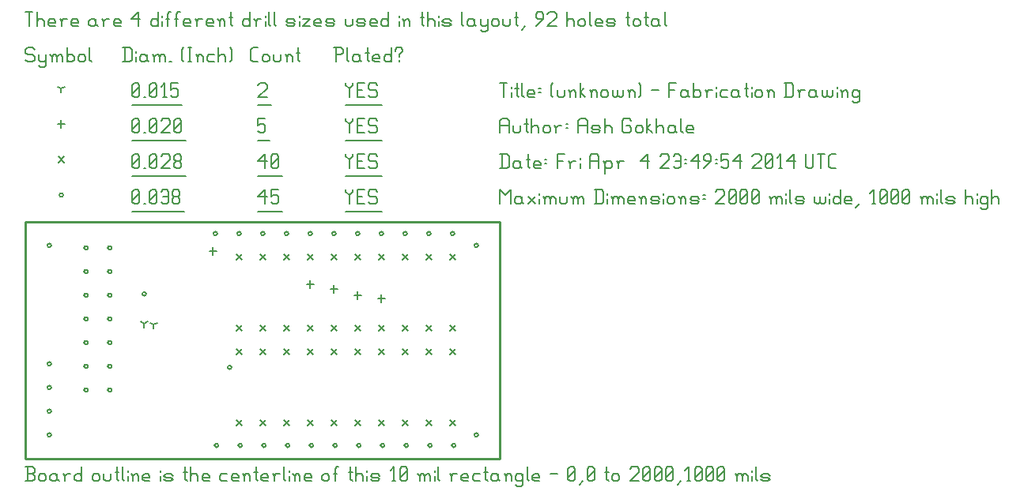
<source format=gbr>
G04 start of page 11 for group -3984 idx -3984 *
G04 Title: (unknown), fab *
G04 Creator: pcb 20100929 *
G04 CreationDate: Fri Apr  4 23:49:54 2014 UTC *
G04 For: xpi *
G04 Format: Gerber/RS-274X *
G04 PCB-Dimensions: 200000 100000 *
G04 PCB-Coordinate-Origin: lower left *
%MOIN*%
%FSLAX25Y25*%
%LNFAB*%
%ADD12C,0.0100*%
%ADD31R,0.0080X0.0080*%
%ADD32C,0.0060*%
G54D31*X9200Y90000D02*G75*G03X10800Y90000I800J0D01*G01*
G75*G03X9200Y90000I-800J0D01*G01*
Y10000D02*G75*G03X10800Y10000I800J0D01*G01*
G75*G03X9200Y10000I-800J0D01*G01*
X189200D02*G75*G03X190800Y10000I800J0D01*G01*
G75*G03X189200Y10000I-800J0D01*G01*
Y90000D02*G75*G03X190800Y90000I800J0D01*G01*
G75*G03X189200Y90000I-800J0D01*G01*
X9200Y20000D02*G75*G03X10800Y20000I800J0D01*G01*
G75*G03X9200Y20000I-800J0D01*G01*
Y30000D02*G75*G03X10800Y30000I800J0D01*G01*
G75*G03X9200Y30000I-800J0D01*G01*
Y40000D02*G75*G03X10800Y40000I800J0D01*G01*
G75*G03X9200Y40000I-800J0D01*G01*
X24700Y89000D02*G75*G03X26300Y89000I800J0D01*G01*
G75*G03X24700Y89000I-800J0D01*G01*
Y79000D02*G75*G03X26300Y79000I800J0D01*G01*
G75*G03X24700Y79000I-800J0D01*G01*
Y69000D02*G75*G03X26300Y69000I800J0D01*G01*
G75*G03X24700Y69000I-800J0D01*G01*
Y59000D02*G75*G03X26300Y59000I800J0D01*G01*
G75*G03X24700Y59000I-800J0D01*G01*
Y49000D02*G75*G03X26300Y49000I800J0D01*G01*
G75*G03X24700Y49000I-800J0D01*G01*
Y39000D02*G75*G03X26300Y39000I800J0D01*G01*
G75*G03X24700Y39000I-800J0D01*G01*
Y29000D02*G75*G03X26300Y29000I800J0D01*G01*
G75*G03X24700Y29000I-800J0D01*G01*
X34700D02*G75*G03X36300Y29000I800J0D01*G01*
G75*G03X34700Y29000I-800J0D01*G01*
Y39000D02*G75*G03X36300Y39000I800J0D01*G01*
G75*G03X34700Y39000I-800J0D01*G01*
Y89000D02*G75*G03X36300Y89000I800J0D01*G01*
G75*G03X34700Y89000I-800J0D01*G01*
Y79000D02*G75*G03X36300Y79000I800J0D01*G01*
G75*G03X34700Y79000I-800J0D01*G01*
Y69000D02*G75*G03X36300Y69000I800J0D01*G01*
G75*G03X34700Y69000I-800J0D01*G01*
Y59000D02*G75*G03X36300Y59000I800J0D01*G01*
G75*G03X34700Y59000I-800J0D01*G01*
Y49000D02*G75*G03X36300Y49000I800J0D01*G01*
G75*G03X34700Y49000I-800J0D01*G01*
X179200Y95000D02*G75*G03X180800Y95000I800J0D01*G01*
G75*G03X179200Y95000I-800J0D01*G01*
X169200D02*G75*G03X170800Y95000I800J0D01*G01*
G75*G03X169200Y95000I-800J0D01*G01*
X159200D02*G75*G03X160800Y95000I800J0D01*G01*
G75*G03X159200Y95000I-800J0D01*G01*
X149200D02*G75*G03X150800Y95000I800J0D01*G01*
G75*G03X149200Y95000I-800J0D01*G01*
X139200D02*G75*G03X140800Y95000I800J0D01*G01*
G75*G03X139200Y95000I-800J0D01*G01*
X129200D02*G75*G03X130800Y95000I800J0D01*G01*
G75*G03X129200Y95000I-800J0D01*G01*
X119200D02*G75*G03X120800Y95000I800J0D01*G01*
G75*G03X119200Y95000I-800J0D01*G01*
X109200D02*G75*G03X110800Y95000I800J0D01*G01*
G75*G03X109200Y95000I-800J0D01*G01*
X99200D02*G75*G03X100800Y95000I800J0D01*G01*
G75*G03X99200Y95000I-800J0D01*G01*
X89200D02*G75*G03X90800Y95000I800J0D01*G01*
G75*G03X89200Y95000I-800J0D01*G01*
X79200D02*G75*G03X80800Y95000I800J0D01*G01*
G75*G03X79200Y95000I-800J0D01*G01*
X85200Y38500D02*G75*G03X86800Y38500I800J0D01*G01*
G75*G03X85200Y38500I-800J0D01*G01*
X49200Y69500D02*G75*G03X50800Y69500I800J0D01*G01*
G75*G03X49200Y69500I-800J0D01*G01*
X179700Y5500D02*G75*G03X181300Y5500I800J0D01*G01*
G75*G03X179700Y5500I-800J0D01*G01*
X169700D02*G75*G03X171300Y5500I800J0D01*G01*
G75*G03X169700Y5500I-800J0D01*G01*
X159700D02*G75*G03X161300Y5500I800J0D01*G01*
G75*G03X159700Y5500I-800J0D01*G01*
X149700D02*G75*G03X151300Y5500I800J0D01*G01*
G75*G03X149700Y5500I-800J0D01*G01*
X139700D02*G75*G03X141300Y5500I800J0D01*G01*
G75*G03X139700Y5500I-800J0D01*G01*
X129700D02*G75*G03X131300Y5500I800J0D01*G01*
G75*G03X129700Y5500I-800J0D01*G01*
X119700D02*G75*G03X121300Y5500I800J0D01*G01*
G75*G03X119700Y5500I-800J0D01*G01*
X109700D02*G75*G03X111300Y5500I800J0D01*G01*
G75*G03X109700Y5500I-800J0D01*G01*
X99700D02*G75*G03X101300Y5500I800J0D01*G01*
G75*G03X99700Y5500I-800J0D01*G01*
X89700D02*G75*G03X91300Y5500I800J0D01*G01*
G75*G03X89700Y5500I-800J0D01*G01*
X79700D02*G75*G03X81300Y5500I800J0D01*G01*
G75*G03X79700Y5500I-800J0D01*G01*
X14200Y111250D02*G75*G03X15800Y111250I800J0D01*G01*
G75*G03X14200Y111250I-800J0D01*G01*
G54D32*X135000Y113500D02*Y112750D01*
X136500Y111250D01*
X138000Y112750D01*
Y113500D02*Y112750D01*
X136500Y111250D02*Y107500D01*
X139801Y110500D02*X142051D01*
X139801Y107500D02*X142801D01*
X139801Y113500D02*Y107500D01*
Y113500D02*X142801D01*
X147603D02*X148353Y112750D01*
X145353Y113500D02*X147603D01*
X144603Y112750D02*X145353Y113500D01*
X144603Y112750D02*Y111250D01*
X145353Y110500D01*
X147603D01*
X148353Y109750D01*
Y108250D01*
X147603Y107500D02*X148353Y108250D01*
X145353Y107500D02*X147603D01*
X144603Y108250D02*X145353Y107500D01*
X135000Y104249D02*X150154D01*
X98000Y110500D02*X101000Y113500D01*
X98000Y110500D02*X101750D01*
X101000Y113500D02*Y107500D01*
X103551Y113500D02*X106551D01*
X103551D02*Y110500D01*
X104301Y111250D01*
X105801D01*
X106551Y110500D01*
Y108250D01*
X105801Y107500D02*X106551Y108250D01*
X104301Y107500D02*X105801D01*
X103551Y108250D02*X104301Y107500D01*
X98000Y104249D02*X108353D01*
X45000Y108250D02*X45750Y107500D01*
X45000Y112750D02*Y108250D01*
Y112750D02*X45750Y113500D01*
X47250D01*
X48000Y112750D01*
Y108250D01*
X47250Y107500D02*X48000Y108250D01*
X45750Y107500D02*X47250D01*
X45000Y109000D02*X48000Y112000D01*
X49801Y107500D02*X50551D01*
X52353Y108250D02*X53103Y107500D01*
X52353Y112750D02*Y108250D01*
Y112750D02*X53103Y113500D01*
X54603D01*
X55353Y112750D01*
Y108250D01*
X54603Y107500D02*X55353Y108250D01*
X53103Y107500D02*X54603D01*
X52353Y109000D02*X55353Y112000D01*
X57154Y112750D02*X57904Y113500D01*
X59404D01*
X60154Y112750D01*
Y108250D01*
X59404Y107500D02*X60154Y108250D01*
X57904Y107500D02*X59404D01*
X57154Y108250D02*X57904Y107500D01*
Y110500D02*X60154D01*
X61956Y108250D02*X62706Y107500D01*
X61956Y109750D02*Y108250D01*
Y109750D02*X62706Y110500D01*
X64206D01*
X64956Y109750D01*
Y108250D01*
X64206Y107500D02*X64956Y108250D01*
X62706Y107500D02*X64206D01*
X61956Y111250D02*X62706Y110500D01*
X61956Y112750D02*Y111250D01*
Y112750D02*X62706Y113500D01*
X64206D01*
X64956Y112750D01*
Y111250D01*
X64206Y110500D02*X64956Y111250D01*
X45000Y104249D02*X66757D01*
X178800Y86200D02*X181200Y83800D01*
X178800D02*X181200Y86200D01*
X168800D02*X171200Y83800D01*
X168800D02*X171200Y86200D01*
X158800D02*X161200Y83800D01*
X158800D02*X161200Y86200D01*
X148800D02*X151200Y83800D01*
X148800D02*X151200Y86200D01*
X138800D02*X141200Y83800D01*
X138800D02*X141200Y86200D01*
X128800D02*X131200Y83800D01*
X128800D02*X131200Y86200D01*
X118800D02*X121200Y83800D01*
X118800D02*X121200Y86200D01*
X108800D02*X111200Y83800D01*
X108800D02*X111200Y86200D01*
X98800D02*X101200Y83800D01*
X98800D02*X101200Y86200D01*
X88800D02*X91200Y83800D01*
X88800D02*X91200Y86200D01*
X88800Y56200D02*X91200Y53800D01*
X88800D02*X91200Y56200D01*
X98800D02*X101200Y53800D01*
X98800D02*X101200Y56200D01*
X108800D02*X111200Y53800D01*
X108800D02*X111200Y56200D01*
X118800D02*X121200Y53800D01*
X118800D02*X121200Y56200D01*
X128800D02*X131200Y53800D01*
X128800D02*X131200Y56200D01*
X138800D02*X141200Y53800D01*
X138800D02*X141200Y56200D01*
X148800D02*X151200Y53800D01*
X148800D02*X151200Y56200D01*
X158800D02*X161200Y53800D01*
X158800D02*X161200Y56200D01*
X168800D02*X171200Y53800D01*
X168800D02*X171200Y56200D01*
X178800D02*X181200Y53800D01*
X178800D02*X181200Y56200D01*
X88800Y16200D02*X91200Y13800D01*
X88800D02*X91200Y16200D01*
X98800D02*X101200Y13800D01*
X98800D02*X101200Y16200D01*
X108800D02*X111200Y13800D01*
X108800D02*X111200Y16200D01*
X118800D02*X121200Y13800D01*
X118800D02*X121200Y16200D01*
X128800D02*X131200Y13800D01*
X128800D02*X131200Y16200D01*
X138800D02*X141200Y13800D01*
X138800D02*X141200Y16200D01*
X148800D02*X151200Y13800D01*
X148800D02*X151200Y16200D01*
X158800D02*X161200Y13800D01*
X158800D02*X161200Y16200D01*
X168800D02*X171200Y13800D01*
X168800D02*X171200Y16200D01*
X178800D02*X181200Y13800D01*
X178800D02*X181200Y16200D01*
X178800Y46200D02*X181200Y43800D01*
X178800D02*X181200Y46200D01*
X168800D02*X171200Y43800D01*
X168800D02*X171200Y46200D01*
X158800D02*X161200Y43800D01*
X158800D02*X161200Y46200D01*
X148800D02*X151200Y43800D01*
X148800D02*X151200Y46200D01*
X138800D02*X141200Y43800D01*
X138800D02*X141200Y46200D01*
X128800D02*X131200Y43800D01*
X128800D02*X131200Y46200D01*
X118800D02*X121200Y43800D01*
X118800D02*X121200Y46200D01*
X108800D02*X111200Y43800D01*
X108800D02*X111200Y46200D01*
X98800D02*X101200Y43800D01*
X98800D02*X101200Y46200D01*
X88800D02*X91200Y43800D01*
X88800D02*X91200Y46200D01*
X13800Y127450D02*X16200Y125050D01*
X13800D02*X16200Y127450D01*
X135000Y128500D02*Y127750D01*
X136500Y126250D01*
X138000Y127750D01*
Y128500D02*Y127750D01*
X136500Y126250D02*Y122500D01*
X139801Y125500D02*X142051D01*
X139801Y122500D02*X142801D01*
X139801Y128500D02*Y122500D01*
Y128500D02*X142801D01*
X147603D02*X148353Y127750D01*
X145353Y128500D02*X147603D01*
X144603Y127750D02*X145353Y128500D01*
X144603Y127750D02*Y126250D01*
X145353Y125500D01*
X147603D01*
X148353Y124750D01*
Y123250D01*
X147603Y122500D02*X148353Y123250D01*
X145353Y122500D02*X147603D01*
X144603Y123250D02*X145353Y122500D01*
X135000Y119249D02*X150154D01*
X98000Y125500D02*X101000Y128500D01*
X98000Y125500D02*X101750D01*
X101000Y128500D02*Y122500D01*
X103551Y123250D02*X104301Y122500D01*
X103551Y127750D02*Y123250D01*
Y127750D02*X104301Y128500D01*
X105801D01*
X106551Y127750D01*
Y123250D01*
X105801Y122500D02*X106551Y123250D01*
X104301Y122500D02*X105801D01*
X103551Y124000D02*X106551Y127000D01*
X98000Y119249D02*X108353D01*
X45000Y123250D02*X45750Y122500D01*
X45000Y127750D02*Y123250D01*
Y127750D02*X45750Y128500D01*
X47250D01*
X48000Y127750D01*
Y123250D01*
X47250Y122500D02*X48000Y123250D01*
X45750Y122500D02*X47250D01*
X45000Y124000D02*X48000Y127000D01*
X49801Y122500D02*X50551D01*
X52353Y123250D02*X53103Y122500D01*
X52353Y127750D02*Y123250D01*
Y127750D02*X53103Y128500D01*
X54603D01*
X55353Y127750D01*
Y123250D01*
X54603Y122500D02*X55353Y123250D01*
X53103Y122500D02*X54603D01*
X52353Y124000D02*X55353Y127000D01*
X57154Y127750D02*X57904Y128500D01*
X60154D01*
X60904Y127750D01*
Y126250D01*
X57154Y122500D02*X60904Y126250D01*
X57154Y122500D02*X60904D01*
X62706Y123250D02*X63456Y122500D01*
X62706Y124750D02*Y123250D01*
Y124750D02*X63456Y125500D01*
X64956D01*
X65706Y124750D01*
Y123250D01*
X64956Y122500D02*X65706Y123250D01*
X63456Y122500D02*X64956D01*
X62706Y126250D02*X63456Y125500D01*
X62706Y127750D02*Y126250D01*
Y127750D02*X63456Y128500D01*
X64956D01*
X65706Y127750D01*
Y126250D01*
X64956Y125500D02*X65706Y126250D01*
X45000Y119249D02*X67507D01*
X150000Y69100D02*Y65900D01*
X148400Y67500D02*X151600D01*
X140000Y70600D02*Y67400D01*
X138400Y69000D02*X141600D01*
X130000Y73100D02*Y69900D01*
X128400Y71500D02*X131600D01*
X120000Y75100D02*Y71900D01*
X118400Y73500D02*X121600D01*
X79000Y89100D02*Y85900D01*
X77400Y87500D02*X80600D01*
X15000Y142850D02*Y139650D01*
X13400Y141250D02*X16600D01*
X135000Y143500D02*Y142750D01*
X136500Y141250D01*
X138000Y142750D01*
Y143500D02*Y142750D01*
X136500Y141250D02*Y137500D01*
X139801Y140500D02*X142051D01*
X139801Y137500D02*X142801D01*
X139801Y143500D02*Y137500D01*
Y143500D02*X142801D01*
X147603D02*X148353Y142750D01*
X145353Y143500D02*X147603D01*
X144603Y142750D02*X145353Y143500D01*
X144603Y142750D02*Y141250D01*
X145353Y140500D01*
X147603D01*
X148353Y139750D01*
Y138250D01*
X147603Y137500D02*X148353Y138250D01*
X145353Y137500D02*X147603D01*
X144603Y138250D02*X145353Y137500D01*
X135000Y134249D02*X150154D01*
X98000Y143500D02*X101000D01*
X98000D02*Y140500D01*
X98750Y141250D01*
X100250D01*
X101000Y140500D01*
Y138250D01*
X100250Y137500D02*X101000Y138250D01*
X98750Y137500D02*X100250D01*
X98000Y138250D02*X98750Y137500D01*
X98000Y134249D02*X102801D01*
X45000Y138250D02*X45750Y137500D01*
X45000Y142750D02*Y138250D01*
Y142750D02*X45750Y143500D01*
X47250D01*
X48000Y142750D01*
Y138250D01*
X47250Y137500D02*X48000Y138250D01*
X45750Y137500D02*X47250D01*
X45000Y139000D02*X48000Y142000D01*
X49801Y137500D02*X50551D01*
X52353Y138250D02*X53103Y137500D01*
X52353Y142750D02*Y138250D01*
Y142750D02*X53103Y143500D01*
X54603D01*
X55353Y142750D01*
Y138250D01*
X54603Y137500D02*X55353Y138250D01*
X53103Y137500D02*X54603D01*
X52353Y139000D02*X55353Y142000D01*
X57154Y142750D02*X57904Y143500D01*
X60154D01*
X60904Y142750D01*
Y141250D01*
X57154Y137500D02*X60904Y141250D01*
X57154Y137500D02*X60904D01*
X62706Y138250D02*X63456Y137500D01*
X62706Y142750D02*Y138250D01*
Y142750D02*X63456Y143500D01*
X64956D01*
X65706Y142750D01*
Y138250D01*
X64956Y137500D02*X65706Y138250D01*
X63456Y137500D02*X64956D01*
X62706Y139000D02*X65706Y142000D01*
X45000Y134249D02*X67507D01*
X54000Y56500D02*Y54900D01*
Y56500D02*X55386Y57300D01*
X54000Y56500D02*X52614Y57300D01*
X50000Y57000D02*Y55400D01*
Y57000D02*X51386Y57800D01*
X50000Y57000D02*X48614Y57800D01*
X15000Y156250D02*Y154650D01*
Y156250D02*X16386Y157050D01*
X15000Y156250D02*X13614Y157050D01*
X135000Y158500D02*Y157750D01*
X136500Y156250D01*
X138000Y157750D01*
Y158500D02*Y157750D01*
X136500Y156250D02*Y152500D01*
X139801Y155500D02*X142051D01*
X139801Y152500D02*X142801D01*
X139801Y158500D02*Y152500D01*
Y158500D02*X142801D01*
X147603D02*X148353Y157750D01*
X145353Y158500D02*X147603D01*
X144603Y157750D02*X145353Y158500D01*
X144603Y157750D02*Y156250D01*
X145353Y155500D01*
X147603D01*
X148353Y154750D01*
Y153250D01*
X147603Y152500D02*X148353Y153250D01*
X145353Y152500D02*X147603D01*
X144603Y153250D02*X145353Y152500D01*
X135000Y149249D02*X150154D01*
X98000Y157750D02*X98750Y158500D01*
X101000D01*
X101750Y157750D01*
Y156250D01*
X98000Y152500D02*X101750Y156250D01*
X98000Y152500D02*X101750D01*
X98000Y149249D02*X103551D01*
X45000Y153250D02*X45750Y152500D01*
X45000Y157750D02*Y153250D01*
Y157750D02*X45750Y158500D01*
X47250D01*
X48000Y157750D01*
Y153250D01*
X47250Y152500D02*X48000Y153250D01*
X45750Y152500D02*X47250D01*
X45000Y154000D02*X48000Y157000D01*
X49801Y152500D02*X50551D01*
X52353Y153250D02*X53103Y152500D01*
X52353Y157750D02*Y153250D01*
Y157750D02*X53103Y158500D01*
X54603D01*
X55353Y157750D01*
Y153250D01*
X54603Y152500D02*X55353Y153250D01*
X53103Y152500D02*X54603D01*
X52353Y154000D02*X55353Y157000D01*
X57904Y152500D02*X59404D01*
X58654Y158500D02*Y152500D01*
X57154Y157000D02*X58654Y158500D01*
X61206D02*X64206D01*
X61206D02*Y155500D01*
X61956Y156250D01*
X63456D01*
X64206Y155500D01*
Y153250D01*
X63456Y152500D02*X64206Y153250D01*
X61956Y152500D02*X63456D01*
X61206Y153250D02*X61956Y152500D01*
X45000Y149249D02*X66007D01*
X3000Y173500D02*X3750Y172750D01*
X750Y173500D02*X3000D01*
X0Y172750D02*X750Y173500D01*
X0Y172750D02*Y171250D01*
X750Y170500D01*
X3000D01*
X3750Y169750D01*
Y168250D01*
X3000Y167500D02*X3750Y168250D01*
X750Y167500D02*X3000D01*
X0Y168250D02*X750Y167500D01*
X5551Y170500D02*Y168250D01*
X6301Y167500D01*
X8551Y170500D02*Y166000D01*
X7801Y165250D02*X8551Y166000D01*
X6301Y165250D02*X7801D01*
X5551Y166000D02*X6301Y165250D01*
Y167500D02*X7801D01*
X8551Y168250D01*
X11103Y169750D02*Y167500D01*
Y169750D02*X11853Y170500D01*
X12603D01*
X13353Y169750D01*
Y167500D01*
Y169750D02*X14103Y170500D01*
X14853D01*
X15603Y169750D01*
Y167500D01*
X10353Y170500D02*X11103Y169750D01*
X17404Y173500D02*Y167500D01*
Y168250D02*X18154Y167500D01*
X19654D01*
X20404Y168250D01*
Y169750D02*Y168250D01*
X19654Y170500D02*X20404Y169750D01*
X18154Y170500D02*X19654D01*
X17404Y169750D02*X18154Y170500D01*
X22206Y169750D02*Y168250D01*
Y169750D02*X22956Y170500D01*
X24456D01*
X25206Y169750D01*
Y168250D01*
X24456Y167500D02*X25206Y168250D01*
X22956Y167500D02*X24456D01*
X22206Y168250D02*X22956Y167500D01*
X27007Y173500D02*Y168250D01*
X27757Y167500D01*
X41750Y173500D02*Y167500D01*
X44000Y173500D02*X44750Y172750D01*
Y168250D01*
X44000Y167500D02*X44750Y168250D01*
X41000Y167500D02*X44000D01*
X41000Y173500D02*X44000D01*
X46551Y172000D02*Y171250D01*
Y169750D02*Y167500D01*
X50303Y170500D02*X51053Y169750D01*
X48803Y170500D02*X50303D01*
X48053Y169750D02*X48803Y170500D01*
X48053Y169750D02*Y168250D01*
X48803Y167500D01*
X51053Y170500D02*Y168250D01*
X51803Y167500D01*
X48803D02*X50303D01*
X51053Y168250D01*
X54354Y169750D02*Y167500D01*
Y169750D02*X55104Y170500D01*
X55854D01*
X56604Y169750D01*
Y167500D01*
Y169750D02*X57354Y170500D01*
X58104D01*
X58854Y169750D01*
Y167500D01*
X53604Y170500D02*X54354Y169750D01*
X60656Y167500D02*X61406D01*
X65907Y168250D02*X66657Y167500D01*
X65907Y172750D02*X66657Y173500D01*
X65907Y172750D02*Y168250D01*
X68459Y173500D02*X69959D01*
X69209D02*Y167500D01*
X68459D02*X69959D01*
X72510Y169750D02*Y167500D01*
Y169750D02*X73260Y170500D01*
X74010D01*
X74760Y169750D01*
Y167500D01*
X71760Y170500D02*X72510Y169750D01*
X77312Y170500D02*X79562D01*
X76562Y169750D02*X77312Y170500D01*
X76562Y169750D02*Y168250D01*
X77312Y167500D01*
X79562D01*
X81363Y173500D02*Y167500D01*
Y169750D02*X82113Y170500D01*
X83613D01*
X84363Y169750D01*
Y167500D01*
X86165Y173500D02*X86915Y172750D01*
Y168250D01*
X86165Y167500D02*X86915Y168250D01*
X95750Y167500D02*X98000D01*
X95000Y168250D02*X95750Y167500D01*
X95000Y172750D02*Y168250D01*
Y172750D02*X95750Y173500D01*
X98000D01*
X99801Y169750D02*Y168250D01*
Y169750D02*X100551Y170500D01*
X102051D01*
X102801Y169750D01*
Y168250D01*
X102051Y167500D02*X102801Y168250D01*
X100551Y167500D02*X102051D01*
X99801Y168250D02*X100551Y167500D01*
X104603Y170500D02*Y168250D01*
X105353Y167500D01*
X106853D01*
X107603Y168250D01*
Y170500D02*Y168250D01*
X110154Y169750D02*Y167500D01*
Y169750D02*X110904Y170500D01*
X111654D01*
X112404Y169750D01*
Y167500D01*
X109404Y170500D02*X110154Y169750D01*
X114956Y173500D02*Y168250D01*
X115706Y167500D01*
X114206Y171250D02*X115706D01*
X130750Y173500D02*Y167500D01*
X130000Y173500D02*X133000D01*
X133750Y172750D01*
Y171250D01*
X133000Y170500D02*X133750Y171250D01*
X130750Y170500D02*X133000D01*
X135551Y173500D02*Y168250D01*
X136301Y167500D01*
X140053Y170500D02*X140803Y169750D01*
X138553Y170500D02*X140053D01*
X137803Y169750D02*X138553Y170500D01*
X137803Y169750D02*Y168250D01*
X138553Y167500D01*
X140803Y170500D02*Y168250D01*
X141553Y167500D01*
X138553D02*X140053D01*
X140803Y168250D01*
X144104Y173500D02*Y168250D01*
X144854Y167500D01*
X143354Y171250D02*X144854D01*
X147106Y167500D02*X149356D01*
X146356Y168250D02*X147106Y167500D01*
X146356Y169750D02*Y168250D01*
Y169750D02*X147106Y170500D01*
X148606D01*
X149356Y169750D01*
X146356Y169000D02*X149356D01*
Y169750D02*Y169000D01*
X154157Y173500D02*Y167500D01*
X153407D02*X154157Y168250D01*
X151907Y167500D02*X153407D01*
X151157Y168250D02*X151907Y167500D01*
X151157Y169750D02*Y168250D01*
Y169750D02*X151907Y170500D01*
X153407D01*
X154157Y169750D01*
X157459Y170500D02*Y169750D01*
Y168250D02*Y167500D01*
X155959Y172750D02*Y172000D01*
Y172750D02*X156709Y173500D01*
X158209D01*
X158959Y172750D01*
Y172000D01*
X157459Y170500D02*X158959Y172000D01*
X0Y188500D02*X3000D01*
X1500D02*Y182500D01*
X4801Y188500D02*Y182500D01*
Y184750D02*X5551Y185500D01*
X7051D01*
X7801Y184750D01*
Y182500D01*
X10353D02*X12603D01*
X9603Y183250D02*X10353Y182500D01*
X9603Y184750D02*Y183250D01*
Y184750D02*X10353Y185500D01*
X11853D01*
X12603Y184750D01*
X9603Y184000D02*X12603D01*
Y184750D02*Y184000D01*
X15154Y184750D02*Y182500D01*
Y184750D02*X15904Y185500D01*
X17404D01*
X14404D02*X15154Y184750D01*
X19956Y182500D02*X22206D01*
X19206Y183250D02*X19956Y182500D01*
X19206Y184750D02*Y183250D01*
Y184750D02*X19956Y185500D01*
X21456D01*
X22206Y184750D01*
X19206Y184000D02*X22206D01*
Y184750D02*Y184000D01*
X28957Y185500D02*X29707Y184750D01*
X27457Y185500D02*X28957D01*
X26707Y184750D02*X27457Y185500D01*
X26707Y184750D02*Y183250D01*
X27457Y182500D01*
X29707Y185500D02*Y183250D01*
X30457Y182500D01*
X27457D02*X28957D01*
X29707Y183250D01*
X33009Y184750D02*Y182500D01*
Y184750D02*X33759Y185500D01*
X35259D01*
X32259D02*X33009Y184750D01*
X37810Y182500D02*X40060D01*
X37060Y183250D02*X37810Y182500D01*
X37060Y184750D02*Y183250D01*
Y184750D02*X37810Y185500D01*
X39310D01*
X40060Y184750D01*
X37060Y184000D02*X40060D01*
Y184750D02*Y184000D01*
X44562Y185500D02*X47562Y188500D01*
X44562Y185500D02*X48312D01*
X47562Y188500D02*Y182500D01*
X55813Y188500D02*Y182500D01*
X55063D02*X55813Y183250D01*
X53563Y182500D02*X55063D01*
X52813Y183250D02*X53563Y182500D01*
X52813Y184750D02*Y183250D01*
Y184750D02*X53563Y185500D01*
X55063D01*
X55813Y184750D01*
X57615Y187000D02*Y186250D01*
Y184750D02*Y182500D01*
X59866Y187750D02*Y182500D01*
Y187750D02*X60616Y188500D01*
X61366D01*
X59116Y185500D02*X60616D01*
X63618Y187750D02*Y182500D01*
Y187750D02*X64368Y188500D01*
X65118D01*
X62868Y185500D02*X64368D01*
X67369Y182500D02*X69619D01*
X66619Y183250D02*X67369Y182500D01*
X66619Y184750D02*Y183250D01*
Y184750D02*X67369Y185500D01*
X68869D01*
X69619Y184750D01*
X66619Y184000D02*X69619D01*
Y184750D02*Y184000D01*
X72171Y184750D02*Y182500D01*
Y184750D02*X72921Y185500D01*
X74421D01*
X71421D02*X72171Y184750D01*
X76972Y182500D02*X79222D01*
X76222Y183250D02*X76972Y182500D01*
X76222Y184750D02*Y183250D01*
Y184750D02*X76972Y185500D01*
X78472D01*
X79222Y184750D01*
X76222Y184000D02*X79222D01*
Y184750D02*Y184000D01*
X81774Y184750D02*Y182500D01*
Y184750D02*X82524Y185500D01*
X83274D01*
X84024Y184750D01*
Y182500D01*
X81024Y185500D02*X81774Y184750D01*
X86575Y188500D02*Y183250D01*
X87325Y182500D01*
X85825Y186250D02*X87325D01*
X94527Y188500D02*Y182500D01*
X93777D02*X94527Y183250D01*
X92277Y182500D02*X93777D01*
X91527Y183250D02*X92277Y182500D01*
X91527Y184750D02*Y183250D01*
Y184750D02*X92277Y185500D01*
X93777D01*
X94527Y184750D01*
X97078D02*Y182500D01*
Y184750D02*X97828Y185500D01*
X99328D01*
X96328D02*X97078Y184750D01*
X101130Y187000D02*Y186250D01*
Y184750D02*Y182500D01*
X102631Y188500D02*Y183250D01*
X103381Y182500D01*
X104883Y188500D02*Y183250D01*
X105633Y182500D01*
X110584D02*X112834D01*
X113584Y183250D01*
X112834Y184000D02*X113584Y183250D01*
X110584Y184000D02*X112834D01*
X109834Y184750D02*X110584Y184000D01*
X109834Y184750D02*X110584Y185500D01*
X112834D01*
X113584Y184750D01*
X109834Y183250D02*X110584Y182500D01*
X115386Y187000D02*Y186250D01*
Y184750D02*Y182500D01*
X116887Y185500D02*X119887D01*
X116887Y182500D02*X119887Y185500D01*
X116887Y182500D02*X119887D01*
X122439D02*X124689D01*
X121689Y183250D02*X122439Y182500D01*
X121689Y184750D02*Y183250D01*
Y184750D02*X122439Y185500D01*
X123939D01*
X124689Y184750D01*
X121689Y184000D02*X124689D01*
Y184750D02*Y184000D01*
X127240Y182500D02*X129490D01*
X130240Y183250D01*
X129490Y184000D02*X130240Y183250D01*
X127240Y184000D02*X129490D01*
X126490Y184750D02*X127240Y184000D01*
X126490Y184750D02*X127240Y185500D01*
X129490D01*
X130240Y184750D01*
X126490Y183250D02*X127240Y182500D01*
X134742Y185500D02*Y183250D01*
X135492Y182500D01*
X136992D01*
X137742Y183250D01*
Y185500D02*Y183250D01*
X140293Y182500D02*X142543D01*
X143293Y183250D01*
X142543Y184000D02*X143293Y183250D01*
X140293Y184000D02*X142543D01*
X139543Y184750D02*X140293Y184000D01*
X139543Y184750D02*X140293Y185500D01*
X142543D01*
X143293Y184750D01*
X139543Y183250D02*X140293Y182500D01*
X145845D02*X148095D01*
X145095Y183250D02*X145845Y182500D01*
X145095Y184750D02*Y183250D01*
Y184750D02*X145845Y185500D01*
X147345D01*
X148095Y184750D01*
X145095Y184000D02*X148095D01*
Y184750D02*Y184000D01*
X152896Y188500D02*Y182500D01*
X152146D02*X152896Y183250D01*
X150646Y182500D02*X152146D01*
X149896Y183250D02*X150646Y182500D01*
X149896Y184750D02*Y183250D01*
Y184750D02*X150646Y185500D01*
X152146D01*
X152896Y184750D01*
X157398Y187000D02*Y186250D01*
Y184750D02*Y182500D01*
X159649Y184750D02*Y182500D01*
Y184750D02*X160399Y185500D01*
X161149D01*
X161899Y184750D01*
Y182500D01*
X158899Y185500D02*X159649Y184750D01*
X167151Y188500D02*Y183250D01*
X167901Y182500D01*
X166401Y186250D02*X167901D01*
X169402Y188500D02*Y182500D01*
Y184750D02*X170152Y185500D01*
X171652D01*
X172402Y184750D01*
Y182500D01*
X174204Y187000D02*Y186250D01*
Y184750D02*Y182500D01*
X176455D02*X178705D01*
X179455Y183250D01*
X178705Y184000D02*X179455Y183250D01*
X176455Y184000D02*X178705D01*
X175705Y184750D02*X176455Y184000D01*
X175705Y184750D02*X176455Y185500D01*
X178705D01*
X179455Y184750D01*
X175705Y183250D02*X176455Y182500D01*
X183957Y188500D02*Y183250D01*
X184707Y182500D01*
X188458Y185500D02*X189208Y184750D01*
X186958Y185500D02*X188458D01*
X186208Y184750D02*X186958Y185500D01*
X186208Y184750D02*Y183250D01*
X186958Y182500D01*
X189208Y185500D02*Y183250D01*
X189958Y182500D01*
X186958D02*X188458D01*
X189208Y183250D01*
X191760Y185500D02*Y183250D01*
X192510Y182500D01*
X194760Y185500D02*Y181000D01*
X194010Y180250D02*X194760Y181000D01*
X192510Y180250D02*X194010D01*
X191760Y181000D02*X192510Y180250D01*
Y182500D02*X194010D01*
X194760Y183250D01*
X196561Y184750D02*Y183250D01*
Y184750D02*X197311Y185500D01*
X198811D01*
X199561Y184750D01*
Y183250D01*
X198811Y182500D02*X199561Y183250D01*
X197311Y182500D02*X198811D01*
X196561Y183250D02*X197311Y182500D01*
X201363Y185500D02*Y183250D01*
X202113Y182500D01*
X203613D01*
X204363Y183250D01*
Y185500D02*Y183250D01*
X206914Y188500D02*Y183250D01*
X207664Y182500D01*
X206164Y186250D02*X207664D01*
X209166Y181000D02*X210666Y182500D01*
X215167D02*X218167Y185500D01*
Y187750D02*Y185500D01*
X217417Y188500D02*X218167Y187750D01*
X215917Y188500D02*X217417D01*
X215167Y187750D02*X215917Y188500D01*
X215167Y187750D02*Y186250D01*
X215917Y185500D01*
X218167D01*
X219969Y187750D02*X220719Y188500D01*
X222969D01*
X223719Y187750D01*
Y186250D01*
X219969Y182500D02*X223719Y186250D01*
X219969Y182500D02*X223719D01*
X228220Y188500D02*Y182500D01*
Y184750D02*X228970Y185500D01*
X230470D01*
X231220Y184750D01*
Y182500D01*
X233022Y184750D02*Y183250D01*
Y184750D02*X233772Y185500D01*
X235272D01*
X236022Y184750D01*
Y183250D01*
X235272Y182500D02*X236022Y183250D01*
X233772Y182500D02*X235272D01*
X233022Y183250D02*X233772Y182500D01*
X237823Y188500D02*Y183250D01*
X238573Y182500D01*
X240825D02*X243075D01*
X240075Y183250D02*X240825Y182500D01*
X240075Y184750D02*Y183250D01*
Y184750D02*X240825Y185500D01*
X242325D01*
X243075Y184750D01*
X240075Y184000D02*X243075D01*
Y184750D02*Y184000D01*
X245626Y182500D02*X247876D01*
X248626Y183250D01*
X247876Y184000D02*X248626Y183250D01*
X245626Y184000D02*X247876D01*
X244876Y184750D02*X245626Y184000D01*
X244876Y184750D02*X245626Y185500D01*
X247876D01*
X248626Y184750D01*
X244876Y183250D02*X245626Y182500D01*
X253878Y188500D02*Y183250D01*
X254628Y182500D01*
X253128Y186250D02*X254628D01*
X256129Y184750D02*Y183250D01*
Y184750D02*X256879Y185500D01*
X258379D01*
X259129Y184750D01*
Y183250D01*
X258379Y182500D02*X259129Y183250D01*
X256879Y182500D02*X258379D01*
X256129Y183250D02*X256879Y182500D01*
X261681Y188500D02*Y183250D01*
X262431Y182500D01*
X260931Y186250D02*X262431D01*
X266182Y185500D02*X266932Y184750D01*
X264682Y185500D02*X266182D01*
X263932Y184750D02*X264682Y185500D01*
X263932Y184750D02*Y183250D01*
X264682Y182500D01*
X266932Y185500D02*Y183250D01*
X267682Y182500D01*
X264682D02*X266182D01*
X266932Y183250D01*
X269484Y188500D02*Y183250D01*
X270234Y182500D01*
G54D12*X0Y100000D02*X200000D01*
X0D02*Y0D01*
X200000Y100000D02*Y0D01*
X0D02*X200000D01*
G54D32*Y113500D02*Y107500D01*
Y113500D02*X202250Y111250D01*
X204500Y113500D01*
Y107500D01*
X208551Y110500D02*X209301Y109750D01*
X207051Y110500D02*X208551D01*
X206301Y109750D02*X207051Y110500D01*
X206301Y109750D02*Y108250D01*
X207051Y107500D01*
X209301Y110500D02*Y108250D01*
X210051Y107500D01*
X207051D02*X208551D01*
X209301Y108250D01*
X211853Y110500D02*X214853Y107500D01*
X211853D02*X214853Y110500D01*
X216654Y112000D02*Y111250D01*
Y109750D02*Y107500D01*
X218906Y109750D02*Y107500D01*
Y109750D02*X219656Y110500D01*
X220406D01*
X221156Y109750D01*
Y107500D01*
Y109750D02*X221906Y110500D01*
X222656D01*
X223406Y109750D01*
Y107500D01*
X218156Y110500D02*X218906Y109750D01*
X225207Y110500D02*Y108250D01*
X225957Y107500D01*
X227457D01*
X228207Y108250D01*
Y110500D02*Y108250D01*
X230759Y109750D02*Y107500D01*
Y109750D02*X231509Y110500D01*
X232259D01*
X233009Y109750D01*
Y107500D01*
Y109750D02*X233759Y110500D01*
X234509D01*
X235259Y109750D01*
Y107500D01*
X230009Y110500D02*X230759Y109750D01*
X240510Y113500D02*Y107500D01*
X242760Y113500D02*X243510Y112750D01*
Y108250D01*
X242760Y107500D02*X243510Y108250D01*
X239760Y107500D02*X242760D01*
X239760Y113500D02*X242760D01*
X245312Y112000D02*Y111250D01*
Y109750D02*Y107500D01*
X247563Y109750D02*Y107500D01*
Y109750D02*X248313Y110500D01*
X249063D01*
X249813Y109750D01*
Y107500D01*
Y109750D02*X250563Y110500D01*
X251313D01*
X252063Y109750D01*
Y107500D01*
X246813Y110500D02*X247563Y109750D01*
X254615Y107500D02*X256865D01*
X253865Y108250D02*X254615Y107500D01*
X253865Y109750D02*Y108250D01*
Y109750D02*X254615Y110500D01*
X256115D01*
X256865Y109750D01*
X253865Y109000D02*X256865D01*
Y109750D02*Y109000D01*
X259416Y109750D02*Y107500D01*
Y109750D02*X260166Y110500D01*
X260916D01*
X261666Y109750D01*
Y107500D01*
X258666Y110500D02*X259416Y109750D01*
X264218Y107500D02*X266468D01*
X267218Y108250D01*
X266468Y109000D02*X267218Y108250D01*
X264218Y109000D02*X266468D01*
X263468Y109750D02*X264218Y109000D01*
X263468Y109750D02*X264218Y110500D01*
X266468D01*
X267218Y109750D01*
X263468Y108250D02*X264218Y107500D01*
X269019Y112000D02*Y111250D01*
Y109750D02*Y107500D01*
X270521Y109750D02*Y108250D01*
Y109750D02*X271271Y110500D01*
X272771D01*
X273521Y109750D01*
Y108250D01*
X272771Y107500D02*X273521Y108250D01*
X271271Y107500D02*X272771D01*
X270521Y108250D02*X271271Y107500D01*
X276072Y109750D02*Y107500D01*
Y109750D02*X276822Y110500D01*
X277572D01*
X278322Y109750D01*
Y107500D01*
X275322Y110500D02*X276072Y109750D01*
X280874Y107500D02*X283124D01*
X283874Y108250D01*
X283124Y109000D02*X283874Y108250D01*
X280874Y109000D02*X283124D01*
X280124Y109750D02*X280874Y109000D01*
X280124Y109750D02*X280874Y110500D01*
X283124D01*
X283874Y109750D01*
X280124Y108250D02*X280874Y107500D01*
X285675Y111250D02*X286425D01*
X285675Y109750D02*X286425D01*
X290927Y112750D02*X291677Y113500D01*
X293927D01*
X294677Y112750D01*
Y111250D01*
X290927Y107500D02*X294677Y111250D01*
X290927Y107500D02*X294677D01*
X296478Y108250D02*X297228Y107500D01*
X296478Y112750D02*Y108250D01*
Y112750D02*X297228Y113500D01*
X298728D01*
X299478Y112750D01*
Y108250D01*
X298728Y107500D02*X299478Y108250D01*
X297228Y107500D02*X298728D01*
X296478Y109000D02*X299478Y112000D01*
X301280Y108250D02*X302030Y107500D01*
X301280Y112750D02*Y108250D01*
Y112750D02*X302030Y113500D01*
X303530D01*
X304280Y112750D01*
Y108250D01*
X303530Y107500D02*X304280Y108250D01*
X302030Y107500D02*X303530D01*
X301280Y109000D02*X304280Y112000D01*
X306081Y108250D02*X306831Y107500D01*
X306081Y112750D02*Y108250D01*
Y112750D02*X306831Y113500D01*
X308331D01*
X309081Y112750D01*
Y108250D01*
X308331Y107500D02*X309081Y108250D01*
X306831Y107500D02*X308331D01*
X306081Y109000D02*X309081Y112000D01*
X314333Y109750D02*Y107500D01*
Y109750D02*X315083Y110500D01*
X315833D01*
X316583Y109750D01*
Y107500D01*
Y109750D02*X317333Y110500D01*
X318083D01*
X318833Y109750D01*
Y107500D01*
X313583Y110500D02*X314333Y109750D01*
X320634Y112000D02*Y111250D01*
Y109750D02*Y107500D01*
X322136Y113500D02*Y108250D01*
X322886Y107500D01*
X325137D02*X327387D01*
X328137Y108250D01*
X327387Y109000D02*X328137Y108250D01*
X325137Y109000D02*X327387D01*
X324387Y109750D02*X325137Y109000D01*
X324387Y109750D02*X325137Y110500D01*
X327387D01*
X328137Y109750D01*
X324387Y108250D02*X325137Y107500D01*
X332639Y110500D02*Y108250D01*
X333389Y107500D01*
X334139D01*
X334889Y108250D01*
Y110500D02*Y108250D01*
X335639Y107500D01*
X336389D01*
X337139Y108250D01*
Y110500D02*Y108250D01*
X338940Y112000D02*Y111250D01*
Y109750D02*Y107500D01*
X343442Y113500D02*Y107500D01*
X342692D02*X343442Y108250D01*
X341192Y107500D02*X342692D01*
X340442Y108250D02*X341192Y107500D01*
X340442Y109750D02*Y108250D01*
Y109750D02*X341192Y110500D01*
X342692D01*
X343442Y109750D01*
X345993Y107500D02*X348243D01*
X345243Y108250D02*X345993Y107500D01*
X345243Y109750D02*Y108250D01*
Y109750D02*X345993Y110500D01*
X347493D01*
X348243Y109750D01*
X345243Y109000D02*X348243D01*
Y109750D02*Y109000D01*
X350045Y106000D02*X351545Y107500D01*
X356796D02*X358296D01*
X357546Y113500D02*Y107500D01*
X356046Y112000D02*X357546Y113500D01*
X360098Y108250D02*X360848Y107500D01*
X360098Y112750D02*Y108250D01*
Y112750D02*X360848Y113500D01*
X362348D01*
X363098Y112750D01*
Y108250D01*
X362348Y107500D02*X363098Y108250D01*
X360848Y107500D02*X362348D01*
X360098Y109000D02*X363098Y112000D01*
X364899Y108250D02*X365649Y107500D01*
X364899Y112750D02*Y108250D01*
Y112750D02*X365649Y113500D01*
X367149D01*
X367899Y112750D01*
Y108250D01*
X367149Y107500D02*X367899Y108250D01*
X365649Y107500D02*X367149D01*
X364899Y109000D02*X367899Y112000D01*
X369701Y108250D02*X370451Y107500D01*
X369701Y112750D02*Y108250D01*
Y112750D02*X370451Y113500D01*
X371951D01*
X372701Y112750D01*
Y108250D01*
X371951Y107500D02*X372701Y108250D01*
X370451Y107500D02*X371951D01*
X369701Y109000D02*X372701Y112000D01*
X377952Y109750D02*Y107500D01*
Y109750D02*X378702Y110500D01*
X379452D01*
X380202Y109750D01*
Y107500D01*
Y109750D02*X380952Y110500D01*
X381702D01*
X382452Y109750D01*
Y107500D01*
X377202Y110500D02*X377952Y109750D01*
X384254Y112000D02*Y111250D01*
Y109750D02*Y107500D01*
X385755Y113500D02*Y108250D01*
X386505Y107500D01*
X388757D02*X391007D01*
X391757Y108250D01*
X391007Y109000D02*X391757Y108250D01*
X388757Y109000D02*X391007D01*
X388007Y109750D02*X388757Y109000D01*
X388007Y109750D02*X388757Y110500D01*
X391007D01*
X391757Y109750D01*
X388007Y108250D02*X388757Y107500D01*
X396258Y113500D02*Y107500D01*
Y109750D02*X397008Y110500D01*
X398508D01*
X399258Y109750D01*
Y107500D01*
X401060Y112000D02*Y111250D01*
Y109750D02*Y107500D01*
X404811Y110500D02*X405561Y109750D01*
X403311Y110500D02*X404811D01*
X402561Y109750D02*X403311Y110500D01*
X402561Y109750D02*Y108250D01*
X403311Y107500D01*
X404811D01*
X405561Y108250D01*
X402561Y106000D02*X403311Y105250D01*
X404811D01*
X405561Y106000D01*
Y110500D02*Y106000D01*
X407363Y113500D02*Y107500D01*
Y109750D02*X408113Y110500D01*
X409613D01*
X410363Y109750D01*
Y107500D01*
X0Y-9500D02*X3000D01*
X3750Y-8750D01*
Y-7250D02*Y-8750D01*
X3000Y-6500D02*X3750Y-7250D01*
X750Y-6500D02*X3000D01*
X750Y-3500D02*Y-9500D01*
X0Y-3500D02*X3000D01*
X3750Y-4250D01*
Y-5750D01*
X3000Y-6500D02*X3750Y-5750D01*
X5551Y-7250D02*Y-8750D01*
Y-7250D02*X6301Y-6500D01*
X7801D01*
X8551Y-7250D01*
Y-8750D01*
X7801Y-9500D02*X8551Y-8750D01*
X6301Y-9500D02*X7801D01*
X5551Y-8750D02*X6301Y-9500D01*
X12603Y-6500D02*X13353Y-7250D01*
X11103Y-6500D02*X12603D01*
X10353Y-7250D02*X11103Y-6500D01*
X10353Y-7250D02*Y-8750D01*
X11103Y-9500D01*
X13353Y-6500D02*Y-8750D01*
X14103Y-9500D01*
X11103D02*X12603D01*
X13353Y-8750D01*
X16654Y-7250D02*Y-9500D01*
Y-7250D02*X17404Y-6500D01*
X18904D01*
X15904D02*X16654Y-7250D01*
X23706Y-3500D02*Y-9500D01*
X22956D02*X23706Y-8750D01*
X21456Y-9500D02*X22956D01*
X20706Y-8750D02*X21456Y-9500D01*
X20706Y-7250D02*Y-8750D01*
Y-7250D02*X21456Y-6500D01*
X22956D01*
X23706Y-7250D01*
X28207D02*Y-8750D01*
Y-7250D02*X28957Y-6500D01*
X30457D01*
X31207Y-7250D01*
Y-8750D01*
X30457Y-9500D02*X31207Y-8750D01*
X28957Y-9500D02*X30457D01*
X28207Y-8750D02*X28957Y-9500D01*
X33009Y-6500D02*Y-8750D01*
X33759Y-9500D01*
X35259D01*
X36009Y-8750D01*
Y-6500D02*Y-8750D01*
X38560Y-3500D02*Y-8750D01*
X39310Y-9500D01*
X37810Y-5750D02*X39310D01*
X40812Y-3500D02*Y-8750D01*
X41562Y-9500D01*
X43063Y-5000D02*Y-5750D01*
Y-7250D02*Y-9500D01*
X45315Y-7250D02*Y-9500D01*
Y-7250D02*X46065Y-6500D01*
X46815D01*
X47565Y-7250D01*
Y-9500D01*
X44565Y-6500D02*X45315Y-7250D01*
X50116Y-9500D02*X52366D01*
X49366Y-8750D02*X50116Y-9500D01*
X49366Y-7250D02*Y-8750D01*
Y-7250D02*X50116Y-6500D01*
X51616D01*
X52366Y-7250D01*
X49366Y-8000D02*X52366D01*
Y-7250D02*Y-8000D01*
X56868Y-5000D02*Y-5750D01*
Y-7250D02*Y-9500D01*
X59119D02*X61369D01*
X62119Y-8750D01*
X61369Y-8000D02*X62119Y-8750D01*
X59119Y-8000D02*X61369D01*
X58369Y-7250D02*X59119Y-8000D01*
X58369Y-7250D02*X59119Y-6500D01*
X61369D01*
X62119Y-7250D01*
X58369Y-8750D02*X59119Y-9500D01*
X67371Y-3500D02*Y-8750D01*
X68121Y-9500D01*
X66621Y-5750D02*X68121D01*
X69622Y-3500D02*Y-9500D01*
Y-7250D02*X70372Y-6500D01*
X71872D01*
X72622Y-7250D01*
Y-9500D01*
X75174D02*X77424D01*
X74424Y-8750D02*X75174Y-9500D01*
X74424Y-7250D02*Y-8750D01*
Y-7250D02*X75174Y-6500D01*
X76674D01*
X77424Y-7250D01*
X74424Y-8000D02*X77424D01*
Y-7250D02*Y-8000D01*
X82675Y-6500D02*X84925D01*
X81925Y-7250D02*X82675Y-6500D01*
X81925Y-7250D02*Y-8750D01*
X82675Y-9500D01*
X84925D01*
X87477D02*X89727D01*
X86727Y-8750D02*X87477Y-9500D01*
X86727Y-7250D02*Y-8750D01*
Y-7250D02*X87477Y-6500D01*
X88977D01*
X89727Y-7250D01*
X86727Y-8000D02*X89727D01*
Y-7250D02*Y-8000D01*
X92278Y-7250D02*Y-9500D01*
Y-7250D02*X93028Y-6500D01*
X93778D01*
X94528Y-7250D01*
Y-9500D01*
X91528Y-6500D02*X92278Y-7250D01*
X97080Y-3500D02*Y-8750D01*
X97830Y-9500D01*
X96330Y-5750D02*X97830D01*
X100081Y-9500D02*X102331D01*
X99331Y-8750D02*X100081Y-9500D01*
X99331Y-7250D02*Y-8750D01*
Y-7250D02*X100081Y-6500D01*
X101581D01*
X102331Y-7250D01*
X99331Y-8000D02*X102331D01*
Y-7250D02*Y-8000D01*
X104883Y-7250D02*Y-9500D01*
Y-7250D02*X105633Y-6500D01*
X107133D01*
X104133D02*X104883Y-7250D01*
X108934Y-3500D02*Y-8750D01*
X109684Y-9500D01*
X111186Y-5000D02*Y-5750D01*
Y-7250D02*Y-9500D01*
X113437Y-7250D02*Y-9500D01*
Y-7250D02*X114187Y-6500D01*
X114937D01*
X115687Y-7250D01*
Y-9500D01*
X112687Y-6500D02*X113437Y-7250D01*
X118239Y-9500D02*X120489D01*
X117489Y-8750D02*X118239Y-9500D01*
X117489Y-7250D02*Y-8750D01*
Y-7250D02*X118239Y-6500D01*
X119739D01*
X120489Y-7250D01*
X117489Y-8000D02*X120489D01*
Y-7250D02*Y-8000D01*
X124990Y-7250D02*Y-8750D01*
Y-7250D02*X125740Y-6500D01*
X127240D01*
X127990Y-7250D01*
Y-8750D01*
X127240Y-9500D02*X127990Y-8750D01*
X125740Y-9500D02*X127240D01*
X124990Y-8750D02*X125740Y-9500D01*
X130542Y-4250D02*Y-9500D01*
Y-4250D02*X131292Y-3500D01*
X132042D01*
X129792Y-6500D02*X131292D01*
X136993Y-3500D02*Y-8750D01*
X137743Y-9500D01*
X136243Y-5750D02*X137743D01*
X139245Y-3500D02*Y-9500D01*
Y-7250D02*X139995Y-6500D01*
X141495D01*
X142245Y-7250D01*
Y-9500D01*
X144046Y-5000D02*Y-5750D01*
Y-7250D02*Y-9500D01*
X146298D02*X148548D01*
X149298Y-8750D01*
X148548Y-8000D02*X149298Y-8750D01*
X146298Y-8000D02*X148548D01*
X145548Y-7250D02*X146298Y-8000D01*
X145548Y-7250D02*X146298Y-6500D01*
X148548D01*
X149298Y-7250D01*
X145548Y-8750D02*X146298Y-9500D01*
X154549D02*X156049D01*
X155299Y-3500D02*Y-9500D01*
X153799Y-5000D02*X155299Y-3500D01*
X157851Y-8750D02*X158601Y-9500D01*
X157851Y-4250D02*Y-8750D01*
Y-4250D02*X158601Y-3500D01*
X160101D01*
X160851Y-4250D01*
Y-8750D01*
X160101Y-9500D02*X160851Y-8750D01*
X158601Y-9500D02*X160101D01*
X157851Y-8000D02*X160851Y-5000D01*
X166102Y-7250D02*Y-9500D01*
Y-7250D02*X166852Y-6500D01*
X167602D01*
X168352Y-7250D01*
Y-9500D01*
Y-7250D02*X169102Y-6500D01*
X169852D01*
X170602Y-7250D01*
Y-9500D01*
X165352Y-6500D02*X166102Y-7250D01*
X172404Y-5000D02*Y-5750D01*
Y-7250D02*Y-9500D01*
X173905Y-3500D02*Y-8750D01*
X174655Y-9500D01*
X179607Y-7250D02*Y-9500D01*
Y-7250D02*X180357Y-6500D01*
X181857D01*
X178857D02*X179607Y-7250D01*
X184408Y-9500D02*X186658D01*
X183658Y-8750D02*X184408Y-9500D01*
X183658Y-7250D02*Y-8750D01*
Y-7250D02*X184408Y-6500D01*
X185908D01*
X186658Y-7250D01*
X183658Y-8000D02*X186658D01*
Y-7250D02*Y-8000D01*
X189210Y-6500D02*X191460D01*
X188460Y-7250D02*X189210Y-6500D01*
X188460Y-7250D02*Y-8750D01*
X189210Y-9500D01*
X191460D01*
X194011Y-3500D02*Y-8750D01*
X194761Y-9500D01*
X193261Y-5750D02*X194761D01*
X198513Y-6500D02*X199263Y-7250D01*
X197013Y-6500D02*X198513D01*
X196263Y-7250D02*X197013Y-6500D01*
X196263Y-7250D02*Y-8750D01*
X197013Y-9500D01*
X199263Y-6500D02*Y-8750D01*
X200013Y-9500D01*
X197013D02*X198513D01*
X199263Y-8750D01*
X202564Y-7250D02*Y-9500D01*
Y-7250D02*X203314Y-6500D01*
X204064D01*
X204814Y-7250D01*
Y-9500D01*
X201814Y-6500D02*X202564Y-7250D01*
X208866Y-6500D02*X209616Y-7250D01*
X207366Y-6500D02*X208866D01*
X206616Y-7250D02*X207366Y-6500D01*
X206616Y-7250D02*Y-8750D01*
X207366Y-9500D01*
X208866D01*
X209616Y-8750D01*
X206616Y-11000D02*X207366Y-11750D01*
X208866D01*
X209616Y-11000D01*
Y-6500D02*Y-11000D01*
X211417Y-3500D02*Y-8750D01*
X212167Y-9500D01*
X214419D02*X216669D01*
X213669Y-8750D02*X214419Y-9500D01*
X213669Y-7250D02*Y-8750D01*
Y-7250D02*X214419Y-6500D01*
X215919D01*
X216669Y-7250D01*
X213669Y-8000D02*X216669D01*
Y-7250D02*Y-8000D01*
X221170Y-6500D02*X224170D01*
X228672Y-8750D02*X229422Y-9500D01*
X228672Y-4250D02*Y-8750D01*
Y-4250D02*X229422Y-3500D01*
X230922D01*
X231672Y-4250D01*
Y-8750D01*
X230922Y-9500D02*X231672Y-8750D01*
X229422Y-9500D02*X230922D01*
X228672Y-8000D02*X231672Y-5000D01*
X233473Y-11000D02*X234973Y-9500D01*
X236775Y-8750D02*X237525Y-9500D01*
X236775Y-4250D02*Y-8750D01*
Y-4250D02*X237525Y-3500D01*
X239025D01*
X239775Y-4250D01*
Y-8750D01*
X239025Y-9500D02*X239775Y-8750D01*
X237525Y-9500D02*X239025D01*
X236775Y-8000D02*X239775Y-5000D01*
X245026Y-3500D02*Y-8750D01*
X245776Y-9500D01*
X244276Y-5750D02*X245776D01*
X247278Y-7250D02*Y-8750D01*
Y-7250D02*X248028Y-6500D01*
X249528D01*
X250278Y-7250D01*
Y-8750D01*
X249528Y-9500D02*X250278Y-8750D01*
X248028Y-9500D02*X249528D01*
X247278Y-8750D02*X248028Y-9500D01*
X254779Y-4250D02*X255529Y-3500D01*
X257779D01*
X258529Y-4250D01*
Y-5750D01*
X254779Y-9500D02*X258529Y-5750D01*
X254779Y-9500D02*X258529D01*
X260331Y-8750D02*X261081Y-9500D01*
X260331Y-4250D02*Y-8750D01*
Y-4250D02*X261081Y-3500D01*
X262581D01*
X263331Y-4250D01*
Y-8750D01*
X262581Y-9500D02*X263331Y-8750D01*
X261081Y-9500D02*X262581D01*
X260331Y-8000D02*X263331Y-5000D01*
X265132Y-8750D02*X265882Y-9500D01*
X265132Y-4250D02*Y-8750D01*
Y-4250D02*X265882Y-3500D01*
X267382D01*
X268132Y-4250D01*
Y-8750D01*
X267382Y-9500D02*X268132Y-8750D01*
X265882Y-9500D02*X267382D01*
X265132Y-8000D02*X268132Y-5000D01*
X269934Y-8750D02*X270684Y-9500D01*
X269934Y-4250D02*Y-8750D01*
Y-4250D02*X270684Y-3500D01*
X272184D01*
X272934Y-4250D01*
Y-8750D01*
X272184Y-9500D02*X272934Y-8750D01*
X270684Y-9500D02*X272184D01*
X269934Y-8000D02*X272934Y-5000D01*
X274735Y-11000D02*X276235Y-9500D01*
X278787D02*X280287D01*
X279537Y-3500D02*Y-9500D01*
X278037Y-5000D02*X279537Y-3500D01*
X282088Y-8750D02*X282838Y-9500D01*
X282088Y-4250D02*Y-8750D01*
Y-4250D02*X282838Y-3500D01*
X284338D01*
X285088Y-4250D01*
Y-8750D01*
X284338Y-9500D02*X285088Y-8750D01*
X282838Y-9500D02*X284338D01*
X282088Y-8000D02*X285088Y-5000D01*
X286890Y-8750D02*X287640Y-9500D01*
X286890Y-4250D02*Y-8750D01*
Y-4250D02*X287640Y-3500D01*
X289140D01*
X289890Y-4250D01*
Y-8750D01*
X289140Y-9500D02*X289890Y-8750D01*
X287640Y-9500D02*X289140D01*
X286890Y-8000D02*X289890Y-5000D01*
X291691Y-8750D02*X292441Y-9500D01*
X291691Y-4250D02*Y-8750D01*
Y-4250D02*X292441Y-3500D01*
X293941D01*
X294691Y-4250D01*
Y-8750D01*
X293941Y-9500D02*X294691Y-8750D01*
X292441Y-9500D02*X293941D01*
X291691Y-8000D02*X294691Y-5000D01*
X299943Y-7250D02*Y-9500D01*
Y-7250D02*X300693Y-6500D01*
X301443D01*
X302193Y-7250D01*
Y-9500D01*
Y-7250D02*X302943Y-6500D01*
X303693D01*
X304443Y-7250D01*
Y-9500D01*
X299193Y-6500D02*X299943Y-7250D01*
X306244Y-5000D02*Y-5750D01*
Y-7250D02*Y-9500D01*
X307746Y-3500D02*Y-8750D01*
X308496Y-9500D01*
X310747D02*X312997D01*
X313747Y-8750D01*
X312997Y-8000D02*X313747Y-8750D01*
X310747Y-8000D02*X312997D01*
X309997Y-7250D02*X310747Y-8000D01*
X309997Y-7250D02*X310747Y-6500D01*
X312997D01*
X313747Y-7250D01*
X309997Y-8750D02*X310747Y-9500D01*
X200750Y128500D02*Y122500D01*
X203000Y128500D02*X203750Y127750D01*
Y123250D01*
X203000Y122500D02*X203750Y123250D01*
X200000Y122500D02*X203000D01*
X200000Y128500D02*X203000D01*
X207801Y125500D02*X208551Y124750D01*
X206301Y125500D02*X207801D01*
X205551Y124750D02*X206301Y125500D01*
X205551Y124750D02*Y123250D01*
X206301Y122500D01*
X208551Y125500D02*Y123250D01*
X209301Y122500D01*
X206301D02*X207801D01*
X208551Y123250D01*
X211853Y128500D02*Y123250D01*
X212603Y122500D01*
X211103Y126250D02*X212603D01*
X214854Y122500D02*X217104D01*
X214104Y123250D02*X214854Y122500D01*
X214104Y124750D02*Y123250D01*
Y124750D02*X214854Y125500D01*
X216354D01*
X217104Y124750D01*
X214104Y124000D02*X217104D01*
Y124750D02*Y124000D01*
X218906Y126250D02*X219656D01*
X218906Y124750D02*X219656D01*
X224157Y128500D02*Y122500D01*
Y128500D02*X227157D01*
X224157Y125500D02*X226407D01*
X229709Y124750D02*Y122500D01*
Y124750D02*X230459Y125500D01*
X231959D01*
X228959D02*X229709Y124750D01*
X233760Y127000D02*Y126250D01*
Y124750D02*Y122500D01*
X237962Y127750D02*Y122500D01*
Y127750D02*X238712Y128500D01*
X240962D01*
X241712Y127750D01*
Y122500D01*
X237962Y125500D02*X241712D01*
X244263Y124750D02*Y120250D01*
X243513Y125500D02*X244263Y124750D01*
X245013Y125500D01*
X246513D01*
X247263Y124750D01*
Y123250D01*
X246513Y122500D02*X247263Y123250D01*
X245013Y122500D02*X246513D01*
X244263Y123250D02*X245013Y122500D01*
X249815Y124750D02*Y122500D01*
Y124750D02*X250565Y125500D01*
X252065D01*
X249065D02*X249815Y124750D01*
X259266Y125500D02*X262266Y128500D01*
X259266Y125500D02*X263016D01*
X262266Y128500D02*Y122500D01*
X267518Y127750D02*X268268Y128500D01*
X270518D01*
X271268Y127750D01*
Y126250D01*
X267518Y122500D02*X271268Y126250D01*
X267518Y122500D02*X271268D01*
X273069Y127750D02*X273819Y128500D01*
X275319D01*
X276069Y127750D01*
Y123250D01*
X275319Y122500D02*X276069Y123250D01*
X273819Y122500D02*X275319D01*
X273069Y123250D02*X273819Y122500D01*
Y125500D02*X276069D01*
X277871Y126250D02*X278621D01*
X277871Y124750D02*X278621D01*
X280422Y125500D02*X283422Y128500D01*
X280422Y125500D02*X284172D01*
X283422Y128500D02*Y122500D01*
X285974D02*X288974Y125500D01*
Y127750D02*Y125500D01*
X288224Y128500D02*X288974Y127750D01*
X286724Y128500D02*X288224D01*
X285974Y127750D02*X286724Y128500D01*
X285974Y127750D02*Y126250D01*
X286724Y125500D01*
X288974D01*
X290775Y126250D02*X291525D01*
X290775Y124750D02*X291525D01*
X293327Y128500D02*X296327D01*
X293327D02*Y125500D01*
X294077Y126250D01*
X295577D01*
X296327Y125500D01*
Y123250D01*
X295577Y122500D02*X296327Y123250D01*
X294077Y122500D02*X295577D01*
X293327Y123250D02*X294077Y122500D01*
X298128Y125500D02*X301128Y128500D01*
X298128Y125500D02*X301878D01*
X301128Y128500D02*Y122500D01*
X306380Y127750D02*X307130Y128500D01*
X309380D01*
X310130Y127750D01*
Y126250D01*
X306380Y122500D02*X310130Y126250D01*
X306380Y122500D02*X310130D01*
X311931Y123250D02*X312681Y122500D01*
X311931Y127750D02*Y123250D01*
Y127750D02*X312681Y128500D01*
X314181D01*
X314931Y127750D01*
Y123250D01*
X314181Y122500D02*X314931Y123250D01*
X312681Y122500D02*X314181D01*
X311931Y124000D02*X314931Y127000D01*
X317483Y122500D02*X318983D01*
X318233Y128500D02*Y122500D01*
X316733Y127000D02*X318233Y128500D01*
X320784Y125500D02*X323784Y128500D01*
X320784Y125500D02*X324534D01*
X323784Y128500D02*Y122500D01*
X329036Y128500D02*Y123250D01*
X329786Y122500D01*
X331286D01*
X332036Y123250D01*
Y128500D02*Y123250D01*
X333837Y128500D02*X336837D01*
X335337D02*Y122500D01*
X339389D02*X341639D01*
X338639Y123250D02*X339389Y122500D01*
X338639Y127750D02*Y123250D01*
Y127750D02*X339389Y128500D01*
X341639D01*
X200000Y142750D02*Y137500D01*
Y142750D02*X200750Y143500D01*
X203000D01*
X203750Y142750D01*
Y137500D01*
X200000Y140500D02*X203750D01*
X205551D02*Y138250D01*
X206301Y137500D01*
X207801D01*
X208551Y138250D01*
Y140500D02*Y138250D01*
X211103Y143500D02*Y138250D01*
X211853Y137500D01*
X210353Y141250D02*X211853D01*
X213354Y143500D02*Y137500D01*
Y139750D02*X214104Y140500D01*
X215604D01*
X216354Y139750D01*
Y137500D01*
X218156Y139750D02*Y138250D01*
Y139750D02*X218906Y140500D01*
X220406D01*
X221156Y139750D01*
Y138250D01*
X220406Y137500D02*X221156Y138250D01*
X218906Y137500D02*X220406D01*
X218156Y138250D02*X218906Y137500D01*
X223707Y139750D02*Y137500D01*
Y139750D02*X224457Y140500D01*
X225957D01*
X222957D02*X223707Y139750D01*
X227759Y141250D02*X228509D01*
X227759Y139750D02*X228509D01*
X233010Y142750D02*Y137500D01*
Y142750D02*X233760Y143500D01*
X236010D01*
X236760Y142750D01*
Y137500D01*
X233010Y140500D02*X236760D01*
X239312Y137500D02*X241562D01*
X242312Y138250D01*
X241562Y139000D02*X242312Y138250D01*
X239312Y139000D02*X241562D01*
X238562Y139750D02*X239312Y139000D01*
X238562Y139750D02*X239312Y140500D01*
X241562D01*
X242312Y139750D01*
X238562Y138250D02*X239312Y137500D01*
X244113Y143500D02*Y137500D01*
Y139750D02*X244863Y140500D01*
X246363D01*
X247113Y139750D01*
Y137500D01*
X254615Y143500D02*X255365Y142750D01*
X252365Y143500D02*X254615D01*
X251615Y142750D02*X252365Y143500D01*
X251615Y142750D02*Y138250D01*
X252365Y137500D01*
X254615D01*
X255365Y138250D01*
Y139750D02*Y138250D01*
X254615Y140500D02*X255365Y139750D01*
X253115Y140500D02*X254615D01*
X257166Y139750D02*Y138250D01*
Y139750D02*X257916Y140500D01*
X259416D01*
X260166Y139750D01*
Y138250D01*
X259416Y137500D02*X260166Y138250D01*
X257916Y137500D02*X259416D01*
X257166Y138250D02*X257916Y137500D01*
X261968Y143500D02*Y137500D01*
Y139750D02*X264218Y137500D01*
X261968Y139750D02*X263468Y141250D01*
X266019Y143500D02*Y137500D01*
Y139750D02*X266769Y140500D01*
X268269D01*
X269019Y139750D01*
Y137500D01*
X273071Y140500D02*X273821Y139750D01*
X271571Y140500D02*X273071D01*
X270821Y139750D02*X271571Y140500D01*
X270821Y139750D02*Y138250D01*
X271571Y137500D01*
X273821Y140500D02*Y138250D01*
X274571Y137500D01*
X271571D02*X273071D01*
X273821Y138250D01*
X276372Y143500D02*Y138250D01*
X277122Y137500D01*
X279374D02*X281624D01*
X278624Y138250D02*X279374Y137500D01*
X278624Y139750D02*Y138250D01*
Y139750D02*X279374Y140500D01*
X280874D01*
X281624Y139750D01*
X278624Y139000D02*X281624D01*
Y139750D02*Y139000D01*
X200000Y158500D02*X203000D01*
X201500D02*Y152500D01*
X204801Y157000D02*Y156250D01*
Y154750D02*Y152500D01*
X207053Y158500D02*Y153250D01*
X207803Y152500D01*
X206303Y156250D02*X207803D01*
X209304Y158500D02*Y153250D01*
X210054Y152500D01*
X212306D02*X214556D01*
X211556Y153250D02*X212306Y152500D01*
X211556Y154750D02*Y153250D01*
Y154750D02*X212306Y155500D01*
X213806D01*
X214556Y154750D01*
X211556Y154000D02*X214556D01*
Y154750D02*Y154000D01*
X216357Y156250D02*X217107D01*
X216357Y154750D02*X217107D01*
X221609Y153250D02*X222359Y152500D01*
X221609Y157750D02*X222359Y158500D01*
X221609Y157750D02*Y153250D01*
X224160Y155500D02*Y153250D01*
X224910Y152500D01*
X226410D01*
X227160Y153250D01*
Y155500D02*Y153250D01*
X229712Y154750D02*Y152500D01*
Y154750D02*X230462Y155500D01*
X231212D01*
X231962Y154750D01*
Y152500D01*
X228962Y155500D02*X229712Y154750D01*
X233763Y158500D02*Y152500D01*
Y154750D02*X236013Y152500D01*
X233763Y154750D02*X235263Y156250D01*
X238565Y154750D02*Y152500D01*
Y154750D02*X239315Y155500D01*
X240065D01*
X240815Y154750D01*
Y152500D01*
X237815Y155500D02*X238565Y154750D01*
X242616D02*Y153250D01*
Y154750D02*X243366Y155500D01*
X244866D01*
X245616Y154750D01*
Y153250D01*
X244866Y152500D02*X245616Y153250D01*
X243366Y152500D02*X244866D01*
X242616Y153250D02*X243366Y152500D01*
X247418Y155500D02*Y153250D01*
X248168Y152500D01*
X248918D01*
X249668Y153250D01*
Y155500D02*Y153250D01*
X250418Y152500D01*
X251168D01*
X251918Y153250D01*
Y155500D02*Y153250D01*
X254469Y154750D02*Y152500D01*
Y154750D02*X255219Y155500D01*
X255969D01*
X256719Y154750D01*
Y152500D01*
X253719Y155500D02*X254469Y154750D01*
X258521Y158500D02*X259271Y157750D01*
Y153250D01*
X258521Y152500D02*X259271Y153250D01*
X263772Y155500D02*X266772D01*
X271274Y158500D02*Y152500D01*
Y158500D02*X274274D01*
X271274Y155500D02*X273524D01*
X278325D02*X279075Y154750D01*
X276825Y155500D02*X278325D01*
X276075Y154750D02*X276825Y155500D01*
X276075Y154750D02*Y153250D01*
X276825Y152500D01*
X279075Y155500D02*Y153250D01*
X279825Y152500D01*
X276825D02*X278325D01*
X279075Y153250D01*
X281627Y158500D02*Y152500D01*
Y153250D02*X282377Y152500D01*
X283877D01*
X284627Y153250D01*
Y154750D02*Y153250D01*
X283877Y155500D02*X284627Y154750D01*
X282377Y155500D02*X283877D01*
X281627Y154750D02*X282377Y155500D01*
X287178Y154750D02*Y152500D01*
Y154750D02*X287928Y155500D01*
X289428D01*
X286428D02*X287178Y154750D01*
X291230Y157000D02*Y156250D01*
Y154750D02*Y152500D01*
X293481Y155500D02*X295731D01*
X292731Y154750D02*X293481Y155500D01*
X292731Y154750D02*Y153250D01*
X293481Y152500D01*
X295731D01*
X299783Y155500D02*X300533Y154750D01*
X298283Y155500D02*X299783D01*
X297533Y154750D02*X298283Y155500D01*
X297533Y154750D02*Y153250D01*
X298283Y152500D01*
X300533Y155500D02*Y153250D01*
X301283Y152500D01*
X298283D02*X299783D01*
X300533Y153250D01*
X303834Y158500D02*Y153250D01*
X304584Y152500D01*
X303084Y156250D02*X304584D01*
X306086Y157000D02*Y156250D01*
Y154750D02*Y152500D01*
X307587Y154750D02*Y153250D01*
Y154750D02*X308337Y155500D01*
X309837D01*
X310587Y154750D01*
Y153250D01*
X309837Y152500D02*X310587Y153250D01*
X308337Y152500D02*X309837D01*
X307587Y153250D02*X308337Y152500D01*
X313139Y154750D02*Y152500D01*
Y154750D02*X313889Y155500D01*
X314639D01*
X315389Y154750D01*
Y152500D01*
X312389Y155500D02*X313139Y154750D01*
X320640Y158500D02*Y152500D01*
X322890Y158500D02*X323640Y157750D01*
Y153250D01*
X322890Y152500D02*X323640Y153250D01*
X319890Y152500D02*X322890D01*
X319890Y158500D02*X322890D01*
X326192Y154750D02*Y152500D01*
Y154750D02*X326942Y155500D01*
X328442D01*
X325442D02*X326192Y154750D01*
X332493Y155500D02*X333243Y154750D01*
X330993Y155500D02*X332493D01*
X330243Y154750D02*X330993Y155500D01*
X330243Y154750D02*Y153250D01*
X330993Y152500D01*
X333243Y155500D02*Y153250D01*
X333993Y152500D01*
X330993D02*X332493D01*
X333243Y153250D01*
X335795Y155500D02*Y153250D01*
X336545Y152500D01*
X337295D01*
X338045Y153250D01*
Y155500D02*Y153250D01*
X338795Y152500D01*
X339545D01*
X340295Y153250D01*
Y155500D02*Y153250D01*
X342096Y157000D02*Y156250D01*
Y154750D02*Y152500D01*
X344348Y154750D02*Y152500D01*
Y154750D02*X345098Y155500D01*
X345848D01*
X346598Y154750D01*
Y152500D01*
X343598Y155500D02*X344348Y154750D01*
X350649Y155500D02*X351399Y154750D01*
X349149Y155500D02*X350649D01*
X348399Y154750D02*X349149Y155500D01*
X348399Y154750D02*Y153250D01*
X349149Y152500D01*
X350649D01*
X351399Y153250D01*
X348399Y151000D02*X349149Y150250D01*
X350649D01*
X351399Y151000D01*
Y155500D02*Y151000D01*
M02*

</source>
